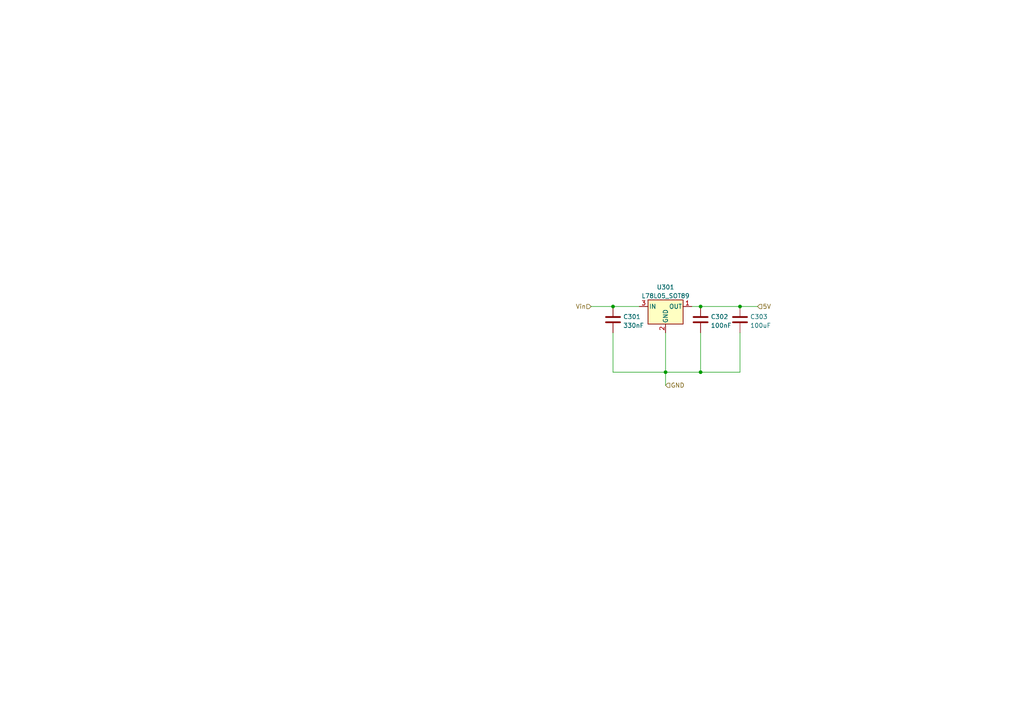
<source format=kicad_sch>
(kicad_sch (version 20230121) (generator eeschema)
  (paper "A4")
  (lib_symbols
    (symbol "Device:C" (pin_numbers hide) (pin_names (offset 0.254))
      (property "Reference" "C" (at 0.635 2.54 0))
      (property "Value" "C" (at 0.635 -2.54 0))
      (symbol "C_0_1"
        (polyline (pts (xy -2.032 -0.762) (xy 2.032 -0.762)) (stroke (width 0.508)))
        (polyline (pts (xy -2.032 0.762) (xy 2.032 0.762)) (stroke (width 0.508)))
      )
      (symbol "C_1_1"
        (pin passive line (at 0 3.81 270) (length 2.794) (name "~") (number "1"))
        (pin passive line (at 0 -3.81 90) (length 2.794) (name "~") (number "2"))
      )
    )
    (symbol "Regulator_Linear:L78L05_SOT89" (pin_names (offset 0.254))
      (property "Reference" "U" (at -3.81 3.175 0))
      (property "Value" "L78L05_SOT89" (at -0.635 3.175 0))
      (symbol "L78L05_SOT89_0_1"
        (rectangle (start -5.08 1.905) (end 5.08 -5.08) (stroke (width 0.254)) (fill (type background)))
      )
      (symbol "L78L05_SOT89_1_1"
        (pin power_out line (at 7.62 0 180) (length 2.54) (name "OUT") (number "1"))
        (pin power_in line (at 0 -7.62 90) (length 2.54) (name "GND") (number "2"))
        (pin power_in line (at -7.62 0 0) (length 2.54) (name "IN") (number "3"))
      )
    )
  )
  (junction (at 203.2 88.9))
  (junction (at 214.63 88.9))
  (junction (at 193.04 107.95))
  (junction (at 177.8 88.9))
  (junction (at 203.2 107.95))
  (wire (pts (xy 177.8 88.9) (xy 185.42 88.9)))
  (wire (pts (xy 171.45 88.9) (xy 177.8 88.9)))
  (wire (pts (xy 203.2 96.52) (xy 203.2 107.95)))
  (wire (pts (xy 193.04 107.95) (xy 193.04 111.76)))
  (wire (pts (xy 177.8 107.95) (xy 193.04 107.95)))
  (wire (pts (xy 214.63 96.52) (xy 214.63 107.95)))
  (wire (pts (xy 214.63 88.9) (xy 219.71 88.9)))
  (wire (pts (xy 177.8 96.52) (xy 177.8 107.95)))
  (wire (pts (xy 193.04 96.52) (xy 193.04 107.95)))
  (wire (pts (xy 203.2 107.95) (xy 214.63 107.95)))
  (wire (pts (xy 200.66 88.9) (xy 203.2 88.9)))
  (wire (pts (xy 203.2 88.9) (xy 214.63 88.9)))
  (wire (pts (xy 193.04 107.95) (xy 203.2 107.95)))
  (hierarchical_label "GND" (shape input) (at 193.04 111.76 0))
  (hierarchical_label "Vin" (shape input) (at 171.45 88.9 180))
  (hierarchical_label "5V" (shape input) (at 219.71 88.9 0))
  (symbol (lib_id "Device:C") (at 203.2 92.71 0) (unit 1)
    (property "Reference" "C302" (at 206.121 91.8753 0) (effects (justify left)))
    (property "Value" "100nF" (at 206.121 94.4122 0) (effects (justify left)))
    (property "Footprint" "Capacitor_SMD:C_0603_1608Metric_Pad1.08x0.95mm_HandSolder" (effects hide))
    (property "JLCPCB Part#" "C14663" (effects hide))
    (instances (project "OS-ServoDriver" (path "" (reference "C302") (unit 1))) (project "LDO" (path "" (reference "C302") (unit 1))) (project "general_schematics" (path "" (reference "C1802") (unit 1))))
  )
  (symbol (lib_id "Regulator_Linear:L78L05_SOT89") (at 193.04 88.9 0) (unit 1)
    (property "Reference" "U301" (at 193.04 83.2952 0))
    (property "Value" "L78L05_SOT89" (at 193.04 85.8321 0))
    (property "Footprint" "Package_TO_SOT_SMD:SOT-89-3" (effects hide))
    (property "Datasheet" "http://www.st.com/content/ccc/resource/technical/document/datasheet/15/55/e5/aa/23/5b/43/fd/CD00000446.pdf/files/CD00000446.pdf/jcr:content/translations/en.CD00000446.pdf" (effects hide))
    (property "JLCPCB Part#" "C71136" (effects hide))
    (instances (project "OS-ServoDriver" (path "" (reference "U301") (unit 1))) (project "LDO" (path "" (reference "U301") (unit 1))) (project "general_schematics" (path "" (reference "U1801") (unit 1))))
  )
  (symbol (lib_id "Device:C") (at 177.8 92.71 0) (unit 1)
    (property "Reference" "C301" (at 180.721 91.8753 0) (effects (justify left)))
    (property "Value" "330nF" (at 180.721 94.4122 0) (effects (justify left)))
    (property "Footprint" "Capacitor_SMD:C_0603_1608Metric_Pad1.08x0.95mm_HandSolder" (effects hide))
    (property "JLCPCB Part#" "C1615" (effects hide))
    (instances (project "OS-ServoDriver" (path "" (reference "C301") (unit 1))) (project "LDO" (path "" (reference "C301") (unit 1))) (project "general_schematics" (path "" (reference "C1801") (unit 1))))
  )
  (symbol (lib_id "Device:C") (at 214.63 92.71 0) (unit 1)
    (property "Reference" "C303" (at 217.551 91.8753 0) (effects (justify left)))
    (property "Value" "100uF" (at 217.551 94.4122 0) (effects (justify left)))
    (property "Footprint" "Capacitor_SMD:C_1206_3216Metric_Pad1.33x1.80mm_HandSolder" (effects hide))
    (property "JLCPCB Part#" "C15008" (effects hide))
    (instances (project "OS-ServoDriver" (path "" (reference "C303") (unit 1))) (project "LDO" (path "" (reference "C303") (unit 1))) (project "general_schematics" (path "" (reference "C1803") (unit 1))))
  )
)
</source>
